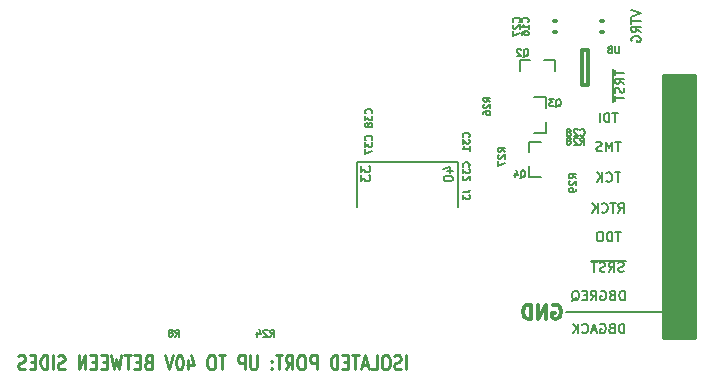
<source format=gbo>
G04 #@! TF.FileFunction,Legend,Bot*
%FSLAX46Y46*%
G04 Gerber Fmt 4.6, Leading zero omitted, Abs format (unit mm)*
G04 Created by KiCad (PCBNEW (after 2015-mar-04 BZR unknown)-product) date Tue 07 Apr 2015 10:15:23 PM EDT*
%MOMM*%
G01*
G04 APERTURE LIST*
%ADD10C,0.100000*%
%ADD11C,0.200000*%
%ADD12C,0.250000*%
%ADD13C,0.300000*%
%ADD14C,0.350000*%
%ADD15C,0.150000*%
%ADD16C,0.254000*%
G04 APERTURE END LIST*
D10*
D11*
X154800000Y-114200000D02*
X151400000Y-114200000D01*
X133750000Y-101500000D02*
X133750000Y-105250000D01*
X142250000Y-101500000D02*
X133750000Y-101500000D01*
X142250000Y-105250000D02*
X142250000Y-101500000D01*
X141328571Y-102271428D02*
X141861905Y-102271428D01*
X141023810Y-102080952D02*
X141595238Y-101890476D01*
X141595238Y-102385714D01*
X141061905Y-102842857D02*
X141061905Y-102919048D01*
X141100000Y-102995238D01*
X141138095Y-103033333D01*
X141214286Y-103071429D01*
X141366667Y-103109524D01*
X141557143Y-103109524D01*
X141709524Y-103071429D01*
X141785714Y-103033333D01*
X141823810Y-102995238D01*
X141861905Y-102919048D01*
X141861905Y-102842857D01*
X141823810Y-102766667D01*
X141785714Y-102728571D01*
X141709524Y-102690476D01*
X141557143Y-102652381D01*
X141366667Y-102652381D01*
X141214286Y-102690476D01*
X141138095Y-102728571D01*
X141100000Y-102766667D01*
X141061905Y-102842857D01*
X134061905Y-101852381D02*
X134061905Y-102347619D01*
X134366667Y-102080952D01*
X134366667Y-102195238D01*
X134404762Y-102271428D01*
X134442857Y-102309524D01*
X134519048Y-102347619D01*
X134709524Y-102347619D01*
X134785714Y-102309524D01*
X134823810Y-102271428D01*
X134861905Y-102195238D01*
X134861905Y-101966666D01*
X134823810Y-101890476D01*
X134785714Y-101852381D01*
X134061905Y-102614286D02*
X134061905Y-103109524D01*
X134366667Y-102842857D01*
X134366667Y-102957143D01*
X134404762Y-103033333D01*
X134442857Y-103071429D01*
X134519048Y-103109524D01*
X134709524Y-103109524D01*
X134785714Y-103071429D01*
X134823810Y-103033333D01*
X134861905Y-102957143D01*
X134861905Y-102728571D01*
X134823810Y-102652381D01*
X134785714Y-102614286D01*
X156961905Y-88628571D02*
X157761905Y-88895238D01*
X156961905Y-89161905D01*
X156961905Y-89314285D02*
X156961905Y-89771428D01*
X157761905Y-89542857D02*
X156961905Y-89542857D01*
X157761905Y-90495238D02*
X157380952Y-90228571D01*
X157761905Y-90038095D02*
X156961905Y-90038095D01*
X156961905Y-90342857D01*
X157000000Y-90419048D01*
X157038095Y-90457143D01*
X157114286Y-90495238D01*
X157228571Y-90495238D01*
X157304762Y-90457143D01*
X157342857Y-90419048D01*
X157380952Y-90342857D01*
X157380952Y-90038095D01*
X157000000Y-91257143D02*
X156961905Y-91180952D01*
X156961905Y-91066667D01*
X157000000Y-90952381D01*
X157076190Y-90876190D01*
X157152381Y-90838095D01*
X157304762Y-90800000D01*
X157419048Y-90800000D01*
X157571429Y-90838095D01*
X157647619Y-90876190D01*
X157723810Y-90952381D01*
X157761905Y-91066667D01*
X157761905Y-91142857D01*
X157723810Y-91257143D01*
X157685714Y-91295238D01*
X157419048Y-91295238D01*
X157419048Y-91142857D01*
X156352381Y-115961905D02*
X156352381Y-115161905D01*
X156161905Y-115161905D01*
X156047619Y-115200000D01*
X155971428Y-115276190D01*
X155933333Y-115352381D01*
X155895238Y-115504762D01*
X155895238Y-115619048D01*
X155933333Y-115771429D01*
X155971428Y-115847619D01*
X156047619Y-115923810D01*
X156161905Y-115961905D01*
X156352381Y-115961905D01*
X155285714Y-115542857D02*
X155171428Y-115580952D01*
X155133333Y-115619048D01*
X155095238Y-115695238D01*
X155095238Y-115809524D01*
X155133333Y-115885714D01*
X155171428Y-115923810D01*
X155247619Y-115961905D01*
X155552381Y-115961905D01*
X155552381Y-115161905D01*
X155285714Y-115161905D01*
X155209524Y-115200000D01*
X155171428Y-115238095D01*
X155133333Y-115314286D01*
X155133333Y-115390476D01*
X155171428Y-115466667D01*
X155209524Y-115504762D01*
X155285714Y-115542857D01*
X155552381Y-115542857D01*
X154333333Y-115200000D02*
X154409524Y-115161905D01*
X154523809Y-115161905D01*
X154638095Y-115200000D01*
X154714286Y-115276190D01*
X154752381Y-115352381D01*
X154790476Y-115504762D01*
X154790476Y-115619048D01*
X154752381Y-115771429D01*
X154714286Y-115847619D01*
X154638095Y-115923810D01*
X154523809Y-115961905D01*
X154447619Y-115961905D01*
X154333333Y-115923810D01*
X154295238Y-115885714D01*
X154295238Y-115619048D01*
X154447619Y-115619048D01*
X153990476Y-115733333D02*
X153609524Y-115733333D01*
X154066667Y-115961905D02*
X153800000Y-115161905D01*
X153533333Y-115961905D01*
X152809524Y-115885714D02*
X152847619Y-115923810D01*
X152961905Y-115961905D01*
X153038095Y-115961905D01*
X153152381Y-115923810D01*
X153228572Y-115847619D01*
X153266667Y-115771429D01*
X153304762Y-115619048D01*
X153304762Y-115504762D01*
X153266667Y-115352381D01*
X153228572Y-115276190D01*
X153152381Y-115200000D01*
X153038095Y-115161905D01*
X152961905Y-115161905D01*
X152847619Y-115200000D01*
X152809524Y-115238095D01*
X152466667Y-115961905D02*
X152466667Y-115161905D01*
X152009524Y-115961905D02*
X152352381Y-115504762D01*
X152009524Y-115161905D02*
X152466667Y-115619048D01*
X156390476Y-113161905D02*
X156390476Y-112361905D01*
X156200000Y-112361905D01*
X156085714Y-112400000D01*
X156009523Y-112476190D01*
X155971428Y-112552381D01*
X155933333Y-112704762D01*
X155933333Y-112819048D01*
X155971428Y-112971429D01*
X156009523Y-113047619D01*
X156085714Y-113123810D01*
X156200000Y-113161905D01*
X156390476Y-113161905D01*
X155323809Y-112742857D02*
X155209523Y-112780952D01*
X155171428Y-112819048D01*
X155133333Y-112895238D01*
X155133333Y-113009524D01*
X155171428Y-113085714D01*
X155209523Y-113123810D01*
X155285714Y-113161905D01*
X155590476Y-113161905D01*
X155590476Y-112361905D01*
X155323809Y-112361905D01*
X155247619Y-112400000D01*
X155209523Y-112438095D01*
X155171428Y-112514286D01*
X155171428Y-112590476D01*
X155209523Y-112666667D01*
X155247619Y-112704762D01*
X155323809Y-112742857D01*
X155590476Y-112742857D01*
X154371428Y-112400000D02*
X154447619Y-112361905D01*
X154561904Y-112361905D01*
X154676190Y-112400000D01*
X154752381Y-112476190D01*
X154790476Y-112552381D01*
X154828571Y-112704762D01*
X154828571Y-112819048D01*
X154790476Y-112971429D01*
X154752381Y-113047619D01*
X154676190Y-113123810D01*
X154561904Y-113161905D01*
X154485714Y-113161905D01*
X154371428Y-113123810D01*
X154333333Y-113085714D01*
X154333333Y-112819048D01*
X154485714Y-112819048D01*
X153533333Y-113161905D02*
X153800000Y-112780952D01*
X153990476Y-113161905D02*
X153990476Y-112361905D01*
X153685714Y-112361905D01*
X153609523Y-112400000D01*
X153571428Y-112438095D01*
X153533333Y-112514286D01*
X153533333Y-112628571D01*
X153571428Y-112704762D01*
X153609523Y-112742857D01*
X153685714Y-112780952D01*
X153990476Y-112780952D01*
X153190476Y-112742857D02*
X152923809Y-112742857D01*
X152809523Y-113161905D02*
X153190476Y-113161905D01*
X153190476Y-112361905D01*
X152809523Y-112361905D01*
X151933332Y-113238095D02*
X152009523Y-113200000D01*
X152085713Y-113123810D01*
X152199999Y-113009524D01*
X152276190Y-112971429D01*
X152352380Y-112971429D01*
X152314285Y-113161905D02*
X152390475Y-113123810D01*
X152466666Y-113047619D01*
X152504761Y-112895238D01*
X152504761Y-112628571D01*
X152466666Y-112476190D01*
X152390475Y-112400000D01*
X152314285Y-112361905D01*
X152161904Y-112361905D01*
X152085713Y-112400000D01*
X152009523Y-112476190D01*
X151971428Y-112628571D01*
X151971428Y-112895238D01*
X152009523Y-113047619D01*
X152085713Y-113123810D01*
X152161904Y-113161905D01*
X152314285Y-113161905D01*
X156314286Y-110723810D02*
X156200000Y-110761905D01*
X156009524Y-110761905D01*
X155933334Y-110723810D01*
X155895238Y-110685714D01*
X155857143Y-110609524D01*
X155857143Y-110533333D01*
X155895238Y-110457143D01*
X155933334Y-110419048D01*
X156009524Y-110380952D01*
X156161905Y-110342857D01*
X156238096Y-110304762D01*
X156276191Y-110266667D01*
X156314286Y-110190476D01*
X156314286Y-110114286D01*
X156276191Y-110038095D01*
X156238096Y-110000000D01*
X156161905Y-109961905D01*
X155971429Y-109961905D01*
X155857143Y-110000000D01*
X155057143Y-110761905D02*
X155323810Y-110380952D01*
X155514286Y-110761905D02*
X155514286Y-109961905D01*
X155209524Y-109961905D01*
X155133333Y-110000000D01*
X155095238Y-110038095D01*
X155057143Y-110114286D01*
X155057143Y-110228571D01*
X155095238Y-110304762D01*
X155133333Y-110342857D01*
X155209524Y-110380952D01*
X155514286Y-110380952D01*
X154752381Y-110723810D02*
X154638095Y-110761905D01*
X154447619Y-110761905D01*
X154371429Y-110723810D01*
X154333333Y-110685714D01*
X154295238Y-110609524D01*
X154295238Y-110533333D01*
X154333333Y-110457143D01*
X154371429Y-110419048D01*
X154447619Y-110380952D01*
X154600000Y-110342857D01*
X154676191Y-110304762D01*
X154714286Y-110266667D01*
X154752381Y-110190476D01*
X154752381Y-110114286D01*
X154714286Y-110038095D01*
X154676191Y-110000000D01*
X154600000Y-109961905D01*
X154409524Y-109961905D01*
X154295238Y-110000000D01*
X154066667Y-109961905D02*
X153609524Y-109961905D01*
X153838095Y-110761905D02*
X153838095Y-109961905D01*
X156466667Y-109824000D02*
X153533333Y-109824000D01*
X156047619Y-107361905D02*
X155590476Y-107361905D01*
X155819047Y-108161905D02*
X155819047Y-107361905D01*
X155323809Y-108161905D02*
X155323809Y-107361905D01*
X155133333Y-107361905D01*
X155019047Y-107400000D01*
X154942856Y-107476190D01*
X154904761Y-107552381D01*
X154866666Y-107704762D01*
X154866666Y-107819048D01*
X154904761Y-107971429D01*
X154942856Y-108047619D01*
X155019047Y-108123810D01*
X155133333Y-108161905D01*
X155323809Y-108161905D01*
X154371428Y-107361905D02*
X154219047Y-107361905D01*
X154142856Y-107400000D01*
X154066666Y-107476190D01*
X154028571Y-107628571D01*
X154028571Y-107895238D01*
X154066666Y-108047619D01*
X154142856Y-108123810D01*
X154219047Y-108161905D01*
X154371428Y-108161905D01*
X154447618Y-108123810D01*
X154523809Y-108047619D01*
X154561904Y-107895238D01*
X154561904Y-107628571D01*
X154523809Y-107476190D01*
X154447618Y-107400000D01*
X154371428Y-107361905D01*
X155857143Y-105761905D02*
X156123810Y-105380952D01*
X156314286Y-105761905D02*
X156314286Y-104961905D01*
X156009524Y-104961905D01*
X155933333Y-105000000D01*
X155895238Y-105038095D01*
X155857143Y-105114286D01*
X155857143Y-105228571D01*
X155895238Y-105304762D01*
X155933333Y-105342857D01*
X156009524Y-105380952D01*
X156314286Y-105380952D01*
X155628572Y-104961905D02*
X155171429Y-104961905D01*
X155400000Y-105761905D02*
X155400000Y-104961905D01*
X154447619Y-105685714D02*
X154485714Y-105723810D01*
X154600000Y-105761905D01*
X154676190Y-105761905D01*
X154790476Y-105723810D01*
X154866667Y-105647619D01*
X154904762Y-105571429D01*
X154942857Y-105419048D01*
X154942857Y-105304762D01*
X154904762Y-105152381D01*
X154866667Y-105076190D01*
X154790476Y-105000000D01*
X154676190Y-104961905D01*
X154600000Y-104961905D01*
X154485714Y-105000000D01*
X154447619Y-105038095D01*
X154104762Y-105761905D02*
X154104762Y-104961905D01*
X153647619Y-105761905D02*
X153990476Y-105304762D01*
X153647619Y-104961905D02*
X154104762Y-105419048D01*
X156028572Y-102361905D02*
X155571429Y-102361905D01*
X155800000Y-103161905D02*
X155800000Y-102361905D01*
X154847619Y-103085714D02*
X154885714Y-103123810D01*
X155000000Y-103161905D01*
X155076190Y-103161905D01*
X155190476Y-103123810D01*
X155266667Y-103047619D01*
X155304762Y-102971429D01*
X155342857Y-102819048D01*
X155342857Y-102704762D01*
X155304762Y-102552381D01*
X155266667Y-102476190D01*
X155190476Y-102400000D01*
X155076190Y-102361905D01*
X155000000Y-102361905D01*
X154885714Y-102400000D01*
X154847619Y-102438095D01*
X154504762Y-103161905D02*
X154504762Y-102361905D01*
X154047619Y-103161905D02*
X154390476Y-102704762D01*
X154047619Y-102361905D02*
X154504762Y-102819048D01*
X156066667Y-99761905D02*
X155609524Y-99761905D01*
X155838095Y-100561905D02*
X155838095Y-99761905D01*
X155342857Y-100561905D02*
X155342857Y-99761905D01*
X155076190Y-100333333D01*
X154809523Y-99761905D01*
X154809523Y-100561905D01*
X154466666Y-100523810D02*
X154352380Y-100561905D01*
X154161904Y-100561905D01*
X154085714Y-100523810D01*
X154047618Y-100485714D01*
X154009523Y-100409524D01*
X154009523Y-100333333D01*
X154047618Y-100257143D01*
X154085714Y-100219048D01*
X154161904Y-100180952D01*
X154314285Y-100142857D01*
X154390476Y-100104762D01*
X154428571Y-100066667D01*
X154466666Y-99990476D01*
X154466666Y-99914286D01*
X154428571Y-99838095D01*
X154390476Y-99800000D01*
X154314285Y-99761905D01*
X154123809Y-99761905D01*
X154009523Y-99800000D01*
X155819048Y-97311905D02*
X155361905Y-97311905D01*
X155590476Y-98111905D02*
X155590476Y-97311905D01*
X155095238Y-98111905D02*
X155095238Y-97311905D01*
X154904762Y-97311905D01*
X154790476Y-97350000D01*
X154714285Y-97426190D01*
X154676190Y-97502381D01*
X154638095Y-97654762D01*
X154638095Y-97769048D01*
X154676190Y-97921429D01*
X154714285Y-97997619D01*
X154790476Y-98073810D01*
X154904762Y-98111905D01*
X155095238Y-98111905D01*
X154295238Y-98111905D02*
X154295238Y-97311905D01*
X155561905Y-93685714D02*
X155561905Y-94142857D01*
X156361905Y-93914286D02*
X155561905Y-93914286D01*
X156361905Y-94866667D02*
X155980952Y-94600000D01*
X156361905Y-94409524D02*
X155561905Y-94409524D01*
X155561905Y-94714286D01*
X155600000Y-94790477D01*
X155638095Y-94828572D01*
X155714286Y-94866667D01*
X155828571Y-94866667D01*
X155904762Y-94828572D01*
X155942857Y-94790477D01*
X155980952Y-94714286D01*
X155980952Y-94409524D01*
X156323810Y-95171429D02*
X156361905Y-95285715D01*
X156361905Y-95476191D01*
X156323810Y-95552381D01*
X156285714Y-95590477D01*
X156209524Y-95628572D01*
X156133333Y-95628572D01*
X156057143Y-95590477D01*
X156019048Y-95552381D01*
X155980952Y-95476191D01*
X155942857Y-95323810D01*
X155904762Y-95247619D01*
X155866667Y-95209524D01*
X155790476Y-95171429D01*
X155714286Y-95171429D01*
X155638095Y-95209524D01*
X155600000Y-95247619D01*
X155561905Y-95323810D01*
X155561905Y-95514286D01*
X155600000Y-95628572D01*
X155561905Y-95857143D02*
X155561905Y-96314286D01*
X156361905Y-96085715D02*
X155561905Y-96085715D01*
X155424000Y-93609524D02*
X155424000Y-96390477D01*
D12*
X137880953Y-119042857D02*
X137880953Y-117842857D01*
X137452382Y-118985714D02*
X137309525Y-119042857D01*
X137071429Y-119042857D01*
X136976191Y-118985714D01*
X136928572Y-118928571D01*
X136880953Y-118814286D01*
X136880953Y-118700000D01*
X136928572Y-118585714D01*
X136976191Y-118528571D01*
X137071429Y-118471429D01*
X137261906Y-118414286D01*
X137357144Y-118357143D01*
X137404763Y-118300000D01*
X137452382Y-118185714D01*
X137452382Y-118071429D01*
X137404763Y-117957143D01*
X137357144Y-117900000D01*
X137261906Y-117842857D01*
X137023810Y-117842857D01*
X136880953Y-117900000D01*
X136261906Y-117842857D02*
X136071429Y-117842857D01*
X135976191Y-117900000D01*
X135880953Y-118014286D01*
X135833334Y-118242857D01*
X135833334Y-118642857D01*
X135880953Y-118871429D01*
X135976191Y-118985714D01*
X136071429Y-119042857D01*
X136261906Y-119042857D01*
X136357144Y-118985714D01*
X136452382Y-118871429D01*
X136500001Y-118642857D01*
X136500001Y-118242857D01*
X136452382Y-118014286D01*
X136357144Y-117900000D01*
X136261906Y-117842857D01*
X134928572Y-119042857D02*
X135404763Y-119042857D01*
X135404763Y-117842857D01*
X134642858Y-118700000D02*
X134166667Y-118700000D01*
X134738096Y-119042857D02*
X134404763Y-117842857D01*
X134071429Y-119042857D01*
X133880953Y-117842857D02*
X133309524Y-117842857D01*
X133595239Y-119042857D02*
X133595239Y-117842857D01*
X132976191Y-118414286D02*
X132642857Y-118414286D01*
X132500000Y-119042857D02*
X132976191Y-119042857D01*
X132976191Y-117842857D01*
X132500000Y-117842857D01*
X132071429Y-119042857D02*
X132071429Y-117842857D01*
X131833334Y-117842857D01*
X131690476Y-117900000D01*
X131595238Y-118014286D01*
X131547619Y-118128571D01*
X131500000Y-118357143D01*
X131500000Y-118528571D01*
X131547619Y-118757143D01*
X131595238Y-118871429D01*
X131690476Y-118985714D01*
X131833334Y-119042857D01*
X132071429Y-119042857D01*
X130309524Y-119042857D02*
X130309524Y-117842857D01*
X129928571Y-117842857D01*
X129833333Y-117900000D01*
X129785714Y-117957143D01*
X129738095Y-118071429D01*
X129738095Y-118242857D01*
X129785714Y-118357143D01*
X129833333Y-118414286D01*
X129928571Y-118471429D01*
X130309524Y-118471429D01*
X129119048Y-117842857D02*
X128928571Y-117842857D01*
X128833333Y-117900000D01*
X128738095Y-118014286D01*
X128690476Y-118242857D01*
X128690476Y-118642857D01*
X128738095Y-118871429D01*
X128833333Y-118985714D01*
X128928571Y-119042857D01*
X129119048Y-119042857D01*
X129214286Y-118985714D01*
X129309524Y-118871429D01*
X129357143Y-118642857D01*
X129357143Y-118242857D01*
X129309524Y-118014286D01*
X129214286Y-117900000D01*
X129119048Y-117842857D01*
X127690476Y-119042857D02*
X128023810Y-118471429D01*
X128261905Y-119042857D02*
X128261905Y-117842857D01*
X127880952Y-117842857D01*
X127785714Y-117900000D01*
X127738095Y-117957143D01*
X127690476Y-118071429D01*
X127690476Y-118242857D01*
X127738095Y-118357143D01*
X127785714Y-118414286D01*
X127880952Y-118471429D01*
X128261905Y-118471429D01*
X127404762Y-117842857D02*
X126833333Y-117842857D01*
X127119048Y-119042857D02*
X127119048Y-117842857D01*
X126500000Y-118928571D02*
X126452381Y-118985714D01*
X126500000Y-119042857D01*
X126547619Y-118985714D01*
X126500000Y-118928571D01*
X126500000Y-119042857D01*
X126500000Y-118300000D02*
X126452381Y-118357143D01*
X126500000Y-118414286D01*
X126547619Y-118357143D01*
X126500000Y-118300000D01*
X126500000Y-118414286D01*
X125261905Y-117842857D02*
X125261905Y-118814286D01*
X125214286Y-118928571D01*
X125166667Y-118985714D01*
X125071429Y-119042857D01*
X124880952Y-119042857D01*
X124785714Y-118985714D01*
X124738095Y-118928571D01*
X124690476Y-118814286D01*
X124690476Y-117842857D01*
X124214286Y-119042857D02*
X124214286Y-117842857D01*
X123833333Y-117842857D01*
X123738095Y-117900000D01*
X123690476Y-117957143D01*
X123642857Y-118071429D01*
X123642857Y-118242857D01*
X123690476Y-118357143D01*
X123738095Y-118414286D01*
X123833333Y-118471429D01*
X124214286Y-118471429D01*
X122595238Y-117842857D02*
X122023809Y-117842857D01*
X122309524Y-119042857D02*
X122309524Y-117842857D01*
X121500000Y-117842857D02*
X121309523Y-117842857D01*
X121214285Y-117900000D01*
X121119047Y-118014286D01*
X121071428Y-118242857D01*
X121071428Y-118642857D01*
X121119047Y-118871429D01*
X121214285Y-118985714D01*
X121309523Y-119042857D01*
X121500000Y-119042857D01*
X121595238Y-118985714D01*
X121690476Y-118871429D01*
X121738095Y-118642857D01*
X121738095Y-118242857D01*
X121690476Y-118014286D01*
X121595238Y-117900000D01*
X121500000Y-117842857D01*
X119452380Y-118242857D02*
X119452380Y-119042857D01*
X119690476Y-117785714D02*
X119928571Y-118642857D01*
X119309523Y-118642857D01*
X118738095Y-117842857D02*
X118642856Y-117842857D01*
X118547618Y-117900000D01*
X118499999Y-117957143D01*
X118452380Y-118071429D01*
X118404761Y-118300000D01*
X118404761Y-118585714D01*
X118452380Y-118814286D01*
X118499999Y-118928571D01*
X118547618Y-118985714D01*
X118642856Y-119042857D01*
X118738095Y-119042857D01*
X118833333Y-118985714D01*
X118880952Y-118928571D01*
X118928571Y-118814286D01*
X118976190Y-118585714D01*
X118976190Y-118300000D01*
X118928571Y-118071429D01*
X118880952Y-117957143D01*
X118833333Y-117900000D01*
X118738095Y-117842857D01*
X118119047Y-117842857D02*
X117785714Y-119042857D01*
X117452380Y-117842857D01*
X116023808Y-118414286D02*
X115880951Y-118471429D01*
X115833332Y-118528571D01*
X115785713Y-118642857D01*
X115785713Y-118814286D01*
X115833332Y-118928571D01*
X115880951Y-118985714D01*
X115976189Y-119042857D01*
X116357142Y-119042857D01*
X116357142Y-117842857D01*
X116023808Y-117842857D01*
X115928570Y-117900000D01*
X115880951Y-117957143D01*
X115833332Y-118071429D01*
X115833332Y-118185714D01*
X115880951Y-118300000D01*
X115928570Y-118357143D01*
X116023808Y-118414286D01*
X116357142Y-118414286D01*
X115357142Y-118414286D02*
X115023808Y-118414286D01*
X114880951Y-119042857D02*
X115357142Y-119042857D01*
X115357142Y-117842857D01*
X114880951Y-117842857D01*
X114595237Y-117842857D02*
X114023808Y-117842857D01*
X114309523Y-119042857D02*
X114309523Y-117842857D01*
X113785713Y-117842857D02*
X113547618Y-119042857D01*
X113357141Y-118185714D01*
X113166665Y-119042857D01*
X112928570Y-117842857D01*
X112547618Y-118414286D02*
X112214284Y-118414286D01*
X112071427Y-119042857D02*
X112547618Y-119042857D01*
X112547618Y-117842857D01*
X112071427Y-117842857D01*
X111642856Y-118414286D02*
X111309522Y-118414286D01*
X111166665Y-119042857D02*
X111642856Y-119042857D01*
X111642856Y-117842857D01*
X111166665Y-117842857D01*
X110738094Y-119042857D02*
X110738094Y-117842857D01*
X110166665Y-119042857D01*
X110166665Y-117842857D01*
X108976189Y-118985714D02*
X108833332Y-119042857D01*
X108595236Y-119042857D01*
X108499998Y-118985714D01*
X108452379Y-118928571D01*
X108404760Y-118814286D01*
X108404760Y-118700000D01*
X108452379Y-118585714D01*
X108499998Y-118528571D01*
X108595236Y-118471429D01*
X108785713Y-118414286D01*
X108880951Y-118357143D01*
X108928570Y-118300000D01*
X108976189Y-118185714D01*
X108976189Y-118071429D01*
X108928570Y-117957143D01*
X108880951Y-117900000D01*
X108785713Y-117842857D01*
X108547617Y-117842857D01*
X108404760Y-117900000D01*
X107976189Y-119042857D02*
X107976189Y-117842857D01*
X107499999Y-119042857D02*
X107499999Y-117842857D01*
X107261904Y-117842857D01*
X107119046Y-117900000D01*
X107023808Y-118014286D01*
X106976189Y-118128571D01*
X106928570Y-118357143D01*
X106928570Y-118528571D01*
X106976189Y-118757143D01*
X107023808Y-118871429D01*
X107119046Y-118985714D01*
X107261904Y-119042857D01*
X107499999Y-119042857D01*
X106499999Y-118414286D02*
X106166665Y-118414286D01*
X106023808Y-119042857D02*
X106499999Y-119042857D01*
X106499999Y-117842857D01*
X106023808Y-117842857D01*
X105642856Y-118985714D02*
X105499999Y-119042857D01*
X105261903Y-119042857D01*
X105166665Y-118985714D01*
X105119046Y-118928571D01*
X105071427Y-118814286D01*
X105071427Y-118700000D01*
X105119046Y-118585714D01*
X105166665Y-118528571D01*
X105261903Y-118471429D01*
X105452380Y-118414286D01*
X105547618Y-118357143D01*
X105595237Y-118300000D01*
X105642856Y-118185714D01*
X105642856Y-118071429D01*
X105595237Y-117957143D01*
X105547618Y-117900000D01*
X105452380Y-117842857D01*
X105214284Y-117842857D01*
X105071427Y-117900000D01*
D13*
X150314285Y-113600000D02*
X150428571Y-113542857D01*
X150600000Y-113542857D01*
X150771428Y-113600000D01*
X150885714Y-113714286D01*
X150942857Y-113828571D01*
X151000000Y-114057143D01*
X151000000Y-114228571D01*
X150942857Y-114457143D01*
X150885714Y-114571429D01*
X150771428Y-114685714D01*
X150600000Y-114742857D01*
X150485714Y-114742857D01*
X150314285Y-114685714D01*
X150257142Y-114628571D01*
X150257142Y-114228571D01*
X150485714Y-114228571D01*
X149742857Y-114742857D02*
X149742857Y-113542857D01*
X149057142Y-114742857D01*
X149057142Y-113542857D01*
X148485714Y-114742857D02*
X148485714Y-113542857D01*
X148199999Y-113542857D01*
X148028571Y-113600000D01*
X147914285Y-113714286D01*
X147857142Y-113828571D01*
X147799999Y-114057143D01*
X147799999Y-114228571D01*
X147857142Y-114457143D01*
X147914285Y-114571429D01*
X148028571Y-114685714D01*
X148199999Y-114742857D01*
X148485714Y-114742857D01*
D11*
X155400000Y-114200000D02*
X154800000Y-114200000D01*
X159800000Y-114200000D02*
X155400000Y-114200000D01*
D14*
X154571000Y-90471000D02*
X154429000Y-90471000D01*
X154429000Y-90471000D02*
X154571000Y-90471000D01*
X154571000Y-89529000D02*
X154429000Y-89529000D01*
X154429000Y-89529000D02*
X154571000Y-89529000D01*
X150429000Y-89529000D02*
X150571000Y-89529000D01*
X150571000Y-89529000D02*
X150429000Y-89529000D01*
X150429000Y-90471000D02*
X150571000Y-90471000D01*
X150571000Y-90471000D02*
X150429000Y-90471000D01*
D15*
X148400000Y-92800000D02*
X147500000Y-92800000D01*
X147500000Y-92800000D02*
X147500000Y-93800000D01*
X150500000Y-93800000D02*
X150500000Y-92800000D01*
X150500000Y-92800000D02*
X149600000Y-92800000D01*
X149700000Y-96900000D02*
X149700000Y-96000000D01*
X149700000Y-96000000D02*
X148700000Y-96000000D01*
X148700000Y-99000000D02*
X149700000Y-99000000D01*
X149700000Y-99000000D02*
X149700000Y-98100000D01*
X148300000Y-101850000D02*
X148300000Y-102750000D01*
X148300000Y-102750000D02*
X149300000Y-102750000D01*
X149300000Y-99750000D02*
X148300000Y-99750000D01*
X148300000Y-99750000D02*
X148300000Y-100650000D01*
D14*
X153250000Y-92000000D02*
X152750000Y-92000000D01*
X152750000Y-92000000D02*
X152750000Y-95000000D01*
X152750000Y-95000000D02*
X153250000Y-95000000D01*
X153250000Y-95000000D02*
X153250000Y-92000000D01*
D15*
X142671429Y-104050000D02*
X143100000Y-104050000D01*
X143185714Y-104021428D01*
X143242857Y-103964285D01*
X143271429Y-103878571D01*
X143271429Y-103821428D01*
X142671429Y-104278571D02*
X142671429Y-104650000D01*
X142900000Y-104450000D01*
X142900000Y-104535714D01*
X142928571Y-104592857D01*
X142957143Y-104621428D01*
X143014286Y-104650000D01*
X143157143Y-104650000D01*
X143214286Y-104621428D01*
X143242857Y-104592857D01*
X143271429Y-104535714D01*
X143271429Y-104364286D01*
X143242857Y-104307143D01*
X143214286Y-104278571D01*
X143214286Y-99364285D02*
X143242857Y-99335714D01*
X143271429Y-99250000D01*
X143271429Y-99192857D01*
X143242857Y-99107142D01*
X143185714Y-99050000D01*
X143128571Y-99021428D01*
X143014286Y-98992857D01*
X142928571Y-98992857D01*
X142814286Y-99021428D01*
X142757143Y-99050000D01*
X142700000Y-99107142D01*
X142671429Y-99192857D01*
X142671429Y-99250000D01*
X142700000Y-99335714D01*
X142728571Y-99364285D01*
X142671429Y-99564285D02*
X142671429Y-99935714D01*
X142900000Y-99735714D01*
X142900000Y-99821428D01*
X142928571Y-99878571D01*
X142957143Y-99907142D01*
X143014286Y-99935714D01*
X143157143Y-99935714D01*
X143214286Y-99907142D01*
X143242857Y-99878571D01*
X143271429Y-99821428D01*
X143271429Y-99650000D01*
X143242857Y-99592857D01*
X143214286Y-99564285D01*
X143271429Y-100507143D02*
X143271429Y-100164286D01*
X143271429Y-100335714D02*
X142671429Y-100335714D01*
X142757143Y-100278571D01*
X142814286Y-100221429D01*
X142842857Y-100164286D01*
X143214286Y-101864285D02*
X143242857Y-101835714D01*
X143271429Y-101750000D01*
X143271429Y-101692857D01*
X143242857Y-101607142D01*
X143185714Y-101550000D01*
X143128571Y-101521428D01*
X143014286Y-101492857D01*
X142928571Y-101492857D01*
X142814286Y-101521428D01*
X142757143Y-101550000D01*
X142700000Y-101607142D01*
X142671429Y-101692857D01*
X142671429Y-101750000D01*
X142700000Y-101835714D01*
X142728571Y-101864285D01*
X142671429Y-102064285D02*
X142671429Y-102435714D01*
X142900000Y-102235714D01*
X142900000Y-102321428D01*
X142928571Y-102378571D01*
X142957143Y-102407142D01*
X143014286Y-102435714D01*
X143157143Y-102435714D01*
X143214286Y-102407142D01*
X143242857Y-102378571D01*
X143271429Y-102321428D01*
X143271429Y-102150000D01*
X143242857Y-102092857D01*
X143214286Y-102064285D01*
X142728571Y-102664286D02*
X142700000Y-102692857D01*
X142671429Y-102750000D01*
X142671429Y-102892857D01*
X142700000Y-102950000D01*
X142728571Y-102978571D01*
X142785714Y-103007143D01*
X142842857Y-103007143D01*
X142928571Y-102978571D01*
X143271429Y-102635714D01*
X143271429Y-103007143D01*
X134964286Y-99614285D02*
X134992857Y-99585714D01*
X135021429Y-99500000D01*
X135021429Y-99442857D01*
X134992857Y-99357142D01*
X134935714Y-99300000D01*
X134878571Y-99271428D01*
X134764286Y-99242857D01*
X134678571Y-99242857D01*
X134564286Y-99271428D01*
X134507143Y-99300000D01*
X134450000Y-99357142D01*
X134421429Y-99442857D01*
X134421429Y-99500000D01*
X134450000Y-99585714D01*
X134478571Y-99614285D01*
X134421429Y-99814285D02*
X134421429Y-100185714D01*
X134650000Y-99985714D01*
X134650000Y-100071428D01*
X134678571Y-100128571D01*
X134707143Y-100157142D01*
X134764286Y-100185714D01*
X134907143Y-100185714D01*
X134964286Y-100157142D01*
X134992857Y-100128571D01*
X135021429Y-100071428D01*
X135021429Y-99900000D01*
X134992857Y-99842857D01*
X134964286Y-99814285D01*
X134421429Y-100385714D02*
X134421429Y-100785714D01*
X135021429Y-100528571D01*
X134964286Y-97364285D02*
X134992857Y-97335714D01*
X135021429Y-97250000D01*
X135021429Y-97192857D01*
X134992857Y-97107142D01*
X134935714Y-97050000D01*
X134878571Y-97021428D01*
X134764286Y-96992857D01*
X134678571Y-96992857D01*
X134564286Y-97021428D01*
X134507143Y-97050000D01*
X134450000Y-97107142D01*
X134421429Y-97192857D01*
X134421429Y-97250000D01*
X134450000Y-97335714D01*
X134478571Y-97364285D01*
X134421429Y-97564285D02*
X134421429Y-97935714D01*
X134650000Y-97735714D01*
X134650000Y-97821428D01*
X134678571Y-97878571D01*
X134707143Y-97907142D01*
X134764286Y-97935714D01*
X134907143Y-97935714D01*
X134964286Y-97907142D01*
X134992857Y-97878571D01*
X135021429Y-97821428D01*
X135021429Y-97650000D01*
X134992857Y-97592857D01*
X134964286Y-97564285D01*
X134678571Y-98278571D02*
X134650000Y-98221429D01*
X134621429Y-98192857D01*
X134564286Y-98164286D01*
X134535714Y-98164286D01*
X134478571Y-98192857D01*
X134450000Y-98221429D01*
X134421429Y-98278571D01*
X134421429Y-98392857D01*
X134450000Y-98450000D01*
X134478571Y-98478571D01*
X134535714Y-98507143D01*
X134564286Y-98507143D01*
X134621429Y-98478571D01*
X134650000Y-98450000D01*
X134678571Y-98392857D01*
X134678571Y-98278571D01*
X134707143Y-98221429D01*
X134735714Y-98192857D01*
X134792857Y-98164286D01*
X134907143Y-98164286D01*
X134964286Y-98192857D01*
X134992857Y-98221429D01*
X135021429Y-98278571D01*
X135021429Y-98392857D01*
X134992857Y-98450000D01*
X134964286Y-98478571D01*
X134907143Y-98507143D01*
X134792857Y-98507143D01*
X134735714Y-98478571D01*
X134707143Y-98450000D01*
X134678571Y-98392857D01*
X148214286Y-89614285D02*
X148242857Y-89585714D01*
X148271429Y-89500000D01*
X148271429Y-89442857D01*
X148242857Y-89357142D01*
X148185714Y-89300000D01*
X148128571Y-89271428D01*
X148014286Y-89242857D01*
X147928571Y-89242857D01*
X147814286Y-89271428D01*
X147757143Y-89300000D01*
X147700000Y-89357142D01*
X147671429Y-89442857D01*
X147671429Y-89500000D01*
X147700000Y-89585714D01*
X147728571Y-89614285D01*
X148271429Y-90185714D02*
X148271429Y-89842857D01*
X148271429Y-90014285D02*
X147671429Y-90014285D01*
X147757143Y-89957142D01*
X147814286Y-89900000D01*
X147842857Y-89842857D01*
X147671429Y-90700000D02*
X147671429Y-90585714D01*
X147700000Y-90528571D01*
X147728571Y-90500000D01*
X147814286Y-90442857D01*
X147928571Y-90414286D01*
X148157143Y-90414286D01*
X148214286Y-90442857D01*
X148242857Y-90471429D01*
X148271429Y-90528571D01*
X148271429Y-90642857D01*
X148242857Y-90700000D01*
X148214286Y-90728571D01*
X148157143Y-90757143D01*
X148014286Y-90757143D01*
X147957143Y-90728571D01*
X147928571Y-90700000D01*
X147900000Y-90642857D01*
X147900000Y-90528571D01*
X147928571Y-90471429D01*
X147957143Y-90442857D01*
X148014286Y-90414286D01*
X147464286Y-89614285D02*
X147492857Y-89585714D01*
X147521429Y-89500000D01*
X147521429Y-89442857D01*
X147492857Y-89357142D01*
X147435714Y-89300000D01*
X147378571Y-89271428D01*
X147264286Y-89242857D01*
X147178571Y-89242857D01*
X147064286Y-89271428D01*
X147007143Y-89300000D01*
X146950000Y-89357142D01*
X146921429Y-89442857D01*
X146921429Y-89500000D01*
X146950000Y-89585714D01*
X146978571Y-89614285D01*
X146978571Y-89842857D02*
X146950000Y-89871428D01*
X146921429Y-89928571D01*
X146921429Y-90071428D01*
X146950000Y-90128571D01*
X146978571Y-90157142D01*
X147035714Y-90185714D01*
X147092857Y-90185714D01*
X147178571Y-90157142D01*
X147521429Y-89814285D01*
X147521429Y-90185714D01*
X146921429Y-90385714D02*
X146921429Y-90785714D01*
X147521429Y-90528571D01*
X152635715Y-99214286D02*
X152664286Y-99242857D01*
X152750000Y-99271429D01*
X152807143Y-99271429D01*
X152892858Y-99242857D01*
X152950000Y-99185714D01*
X152978572Y-99128571D01*
X153007143Y-99014286D01*
X153007143Y-98928571D01*
X152978572Y-98814286D01*
X152950000Y-98757143D01*
X152892858Y-98700000D01*
X152807143Y-98671429D01*
X152750000Y-98671429D01*
X152664286Y-98700000D01*
X152635715Y-98728571D01*
X152407143Y-98728571D02*
X152378572Y-98700000D01*
X152321429Y-98671429D01*
X152178572Y-98671429D01*
X152121429Y-98700000D01*
X152092858Y-98728571D01*
X152064286Y-98785714D01*
X152064286Y-98842857D01*
X152092858Y-98928571D01*
X152435715Y-99271429D01*
X152064286Y-99271429D01*
X151721429Y-98928571D02*
X151778571Y-98900000D01*
X151807143Y-98871429D01*
X151835714Y-98814286D01*
X151835714Y-98785714D01*
X151807143Y-98728571D01*
X151778571Y-98700000D01*
X151721429Y-98671429D01*
X151607143Y-98671429D01*
X151550000Y-98700000D01*
X151521429Y-98728571D01*
X151492857Y-98785714D01*
X151492857Y-98814286D01*
X151521429Y-98871429D01*
X151550000Y-98900000D01*
X151607143Y-98928571D01*
X151721429Y-98928571D01*
X151778571Y-98957143D01*
X151807143Y-98985714D01*
X151835714Y-99042857D01*
X151835714Y-99157143D01*
X151807143Y-99214286D01*
X151778571Y-99242857D01*
X151721429Y-99271429D01*
X151607143Y-99271429D01*
X151550000Y-99242857D01*
X151521429Y-99214286D01*
X151492857Y-99157143D01*
X151492857Y-99042857D01*
X151521429Y-98985714D01*
X151550000Y-98957143D01*
X151607143Y-98928571D01*
X147807143Y-92578571D02*
X147864286Y-92550000D01*
X147921429Y-92492857D01*
X148007143Y-92407143D01*
X148064286Y-92378571D01*
X148121429Y-92378571D01*
X148092857Y-92521429D02*
X148150000Y-92492857D01*
X148207143Y-92435714D01*
X148235714Y-92321429D01*
X148235714Y-92121429D01*
X148207143Y-92007143D01*
X148150000Y-91950000D01*
X148092857Y-91921429D01*
X147978571Y-91921429D01*
X147921429Y-91950000D01*
X147864286Y-92007143D01*
X147835714Y-92121429D01*
X147835714Y-92321429D01*
X147864286Y-92435714D01*
X147921429Y-92492857D01*
X147978571Y-92521429D01*
X148092857Y-92521429D01*
X147607143Y-91978571D02*
X147578572Y-91950000D01*
X147521429Y-91921429D01*
X147378572Y-91921429D01*
X147321429Y-91950000D01*
X147292858Y-91978571D01*
X147264286Y-92035714D01*
X147264286Y-92092857D01*
X147292858Y-92178571D01*
X147635715Y-92521429D01*
X147264286Y-92521429D01*
X150557143Y-96828571D02*
X150614286Y-96800000D01*
X150671429Y-96742857D01*
X150757143Y-96657143D01*
X150814286Y-96628571D01*
X150871429Y-96628571D01*
X150842857Y-96771429D02*
X150900000Y-96742857D01*
X150957143Y-96685714D01*
X150985714Y-96571429D01*
X150985714Y-96371429D01*
X150957143Y-96257143D01*
X150900000Y-96200000D01*
X150842857Y-96171429D01*
X150728571Y-96171429D01*
X150671429Y-96200000D01*
X150614286Y-96257143D01*
X150585714Y-96371429D01*
X150585714Y-96571429D01*
X150614286Y-96685714D01*
X150671429Y-96742857D01*
X150728571Y-96771429D01*
X150842857Y-96771429D01*
X150385715Y-96171429D02*
X150014286Y-96171429D01*
X150214286Y-96400000D01*
X150128572Y-96400000D01*
X150071429Y-96428571D01*
X150042858Y-96457143D01*
X150014286Y-96514286D01*
X150014286Y-96657143D01*
X150042858Y-96714286D01*
X150071429Y-96742857D01*
X150128572Y-96771429D01*
X150300000Y-96771429D01*
X150357143Y-96742857D01*
X150385715Y-96714286D01*
X147557143Y-102828571D02*
X147614286Y-102800000D01*
X147671429Y-102742857D01*
X147757143Y-102657143D01*
X147814286Y-102628571D01*
X147871429Y-102628571D01*
X147842857Y-102771429D02*
X147900000Y-102742857D01*
X147957143Y-102685714D01*
X147985714Y-102571429D01*
X147985714Y-102371429D01*
X147957143Y-102257143D01*
X147900000Y-102200000D01*
X147842857Y-102171429D01*
X147728571Y-102171429D01*
X147671429Y-102200000D01*
X147614286Y-102257143D01*
X147585714Y-102371429D01*
X147585714Y-102571429D01*
X147614286Y-102685714D01*
X147671429Y-102742857D01*
X147728571Y-102771429D01*
X147842857Y-102771429D01*
X147071429Y-102371429D02*
X147071429Y-102771429D01*
X147214286Y-102142857D02*
X147357143Y-102571429D01*
X146985715Y-102571429D01*
X145021429Y-96364285D02*
X144735714Y-96164285D01*
X145021429Y-96021428D02*
X144421429Y-96021428D01*
X144421429Y-96250000D01*
X144450000Y-96307142D01*
X144478571Y-96335714D01*
X144535714Y-96364285D01*
X144621429Y-96364285D01*
X144678571Y-96335714D01*
X144707143Y-96307142D01*
X144735714Y-96250000D01*
X144735714Y-96021428D01*
X144478571Y-96592857D02*
X144450000Y-96621428D01*
X144421429Y-96678571D01*
X144421429Y-96821428D01*
X144450000Y-96878571D01*
X144478571Y-96907142D01*
X144535714Y-96935714D01*
X144592857Y-96935714D01*
X144678571Y-96907142D01*
X145021429Y-96564285D01*
X145021429Y-96935714D01*
X144421429Y-97450000D02*
X144421429Y-97335714D01*
X144450000Y-97278571D01*
X144478571Y-97250000D01*
X144564286Y-97192857D01*
X144678571Y-97164286D01*
X144907143Y-97164286D01*
X144964286Y-97192857D01*
X144992857Y-97221429D01*
X145021429Y-97278571D01*
X145021429Y-97392857D01*
X144992857Y-97450000D01*
X144964286Y-97478571D01*
X144907143Y-97507143D01*
X144764286Y-97507143D01*
X144707143Y-97478571D01*
X144678571Y-97450000D01*
X144650000Y-97392857D01*
X144650000Y-97278571D01*
X144678571Y-97221429D01*
X144707143Y-97192857D01*
X144764286Y-97164286D01*
X146271429Y-100614285D02*
X145985714Y-100414285D01*
X146271429Y-100271428D02*
X145671429Y-100271428D01*
X145671429Y-100500000D01*
X145700000Y-100557142D01*
X145728571Y-100585714D01*
X145785714Y-100614285D01*
X145871429Y-100614285D01*
X145928571Y-100585714D01*
X145957143Y-100557142D01*
X145985714Y-100500000D01*
X145985714Y-100271428D01*
X145728571Y-100842857D02*
X145700000Y-100871428D01*
X145671429Y-100928571D01*
X145671429Y-101071428D01*
X145700000Y-101128571D01*
X145728571Y-101157142D01*
X145785714Y-101185714D01*
X145842857Y-101185714D01*
X145928571Y-101157142D01*
X146271429Y-100814285D01*
X146271429Y-101185714D01*
X145671429Y-101385714D02*
X145671429Y-101785714D01*
X146271429Y-101528571D01*
X152635715Y-100021429D02*
X152835715Y-99735714D01*
X152978572Y-100021429D02*
X152978572Y-99421429D01*
X152750000Y-99421429D01*
X152692858Y-99450000D01*
X152664286Y-99478571D01*
X152635715Y-99535714D01*
X152635715Y-99621429D01*
X152664286Y-99678571D01*
X152692858Y-99707143D01*
X152750000Y-99735714D01*
X152978572Y-99735714D01*
X152407143Y-99478571D02*
X152378572Y-99450000D01*
X152321429Y-99421429D01*
X152178572Y-99421429D01*
X152121429Y-99450000D01*
X152092858Y-99478571D01*
X152064286Y-99535714D01*
X152064286Y-99592857D01*
X152092858Y-99678571D01*
X152435715Y-100021429D01*
X152064286Y-100021429D01*
X151721429Y-99678571D02*
X151778571Y-99650000D01*
X151807143Y-99621429D01*
X151835714Y-99564286D01*
X151835714Y-99535714D01*
X151807143Y-99478571D01*
X151778571Y-99450000D01*
X151721429Y-99421429D01*
X151607143Y-99421429D01*
X151550000Y-99450000D01*
X151521429Y-99478571D01*
X151492857Y-99535714D01*
X151492857Y-99564286D01*
X151521429Y-99621429D01*
X151550000Y-99650000D01*
X151607143Y-99678571D01*
X151721429Y-99678571D01*
X151778571Y-99707143D01*
X151807143Y-99735714D01*
X151835714Y-99792857D01*
X151835714Y-99907143D01*
X151807143Y-99964286D01*
X151778571Y-99992857D01*
X151721429Y-100021429D01*
X151607143Y-100021429D01*
X151550000Y-99992857D01*
X151521429Y-99964286D01*
X151492857Y-99907143D01*
X151492857Y-99792857D01*
X151521429Y-99735714D01*
X151550000Y-99707143D01*
X151607143Y-99678571D01*
X152271429Y-102864285D02*
X151985714Y-102664285D01*
X152271429Y-102521428D02*
X151671429Y-102521428D01*
X151671429Y-102750000D01*
X151700000Y-102807142D01*
X151728571Y-102835714D01*
X151785714Y-102864285D01*
X151871429Y-102864285D01*
X151928571Y-102835714D01*
X151957143Y-102807142D01*
X151985714Y-102750000D01*
X151985714Y-102521428D01*
X151728571Y-103092857D02*
X151700000Y-103121428D01*
X151671429Y-103178571D01*
X151671429Y-103321428D01*
X151700000Y-103378571D01*
X151728571Y-103407142D01*
X151785714Y-103435714D01*
X151842857Y-103435714D01*
X151928571Y-103407142D01*
X152271429Y-103064285D01*
X152271429Y-103435714D01*
X152271429Y-103721429D02*
X152271429Y-103835714D01*
X152242857Y-103892857D01*
X152214286Y-103921429D01*
X152128571Y-103978571D01*
X152014286Y-104007143D01*
X151785714Y-104007143D01*
X151728571Y-103978571D01*
X151700000Y-103950000D01*
X151671429Y-103892857D01*
X151671429Y-103778571D01*
X151700000Y-103721429D01*
X151728571Y-103692857D01*
X151785714Y-103664286D01*
X151928571Y-103664286D01*
X151985714Y-103692857D01*
X152014286Y-103721429D01*
X152042857Y-103778571D01*
X152042857Y-103892857D01*
X152014286Y-103950000D01*
X151985714Y-103978571D01*
X151928571Y-104007143D01*
X155957143Y-91671429D02*
X155957143Y-92157143D01*
X155928571Y-92214286D01*
X155900000Y-92242857D01*
X155842857Y-92271429D01*
X155728571Y-92271429D01*
X155671429Y-92242857D01*
X155642857Y-92214286D01*
X155614286Y-92157143D01*
X155614286Y-91671429D01*
X155242858Y-91928571D02*
X155300000Y-91900000D01*
X155328572Y-91871429D01*
X155357143Y-91814286D01*
X155357143Y-91785714D01*
X155328572Y-91728571D01*
X155300000Y-91700000D01*
X155242858Y-91671429D01*
X155128572Y-91671429D01*
X155071429Y-91700000D01*
X155042858Y-91728571D01*
X155014286Y-91785714D01*
X155014286Y-91814286D01*
X155042858Y-91871429D01*
X155071429Y-91900000D01*
X155128572Y-91928571D01*
X155242858Y-91928571D01*
X155300000Y-91957143D01*
X155328572Y-91985714D01*
X155357143Y-92042857D01*
X155357143Y-92157143D01*
X155328572Y-92214286D01*
X155300000Y-92242857D01*
X155242858Y-92271429D01*
X155128572Y-92271429D01*
X155071429Y-92242857D01*
X155042858Y-92214286D01*
X155014286Y-92157143D01*
X155014286Y-92042857D01*
X155042858Y-91985714D01*
X155071429Y-91957143D01*
X155128572Y-91928571D01*
X118350000Y-116271429D02*
X118550000Y-115985714D01*
X118692857Y-116271429D02*
X118692857Y-115671429D01*
X118464285Y-115671429D01*
X118407143Y-115700000D01*
X118378571Y-115728571D01*
X118350000Y-115785714D01*
X118350000Y-115871429D01*
X118378571Y-115928571D01*
X118407143Y-115957143D01*
X118464285Y-115985714D01*
X118692857Y-115985714D01*
X118007143Y-115928571D02*
X118064285Y-115900000D01*
X118092857Y-115871429D01*
X118121428Y-115814286D01*
X118121428Y-115785714D01*
X118092857Y-115728571D01*
X118064285Y-115700000D01*
X118007143Y-115671429D01*
X117892857Y-115671429D01*
X117835714Y-115700000D01*
X117807143Y-115728571D01*
X117778571Y-115785714D01*
X117778571Y-115814286D01*
X117807143Y-115871429D01*
X117835714Y-115900000D01*
X117892857Y-115928571D01*
X118007143Y-115928571D01*
X118064285Y-115957143D01*
X118092857Y-115985714D01*
X118121428Y-116042857D01*
X118121428Y-116157143D01*
X118092857Y-116214286D01*
X118064285Y-116242857D01*
X118007143Y-116271429D01*
X117892857Y-116271429D01*
X117835714Y-116242857D01*
X117807143Y-116214286D01*
X117778571Y-116157143D01*
X117778571Y-116042857D01*
X117807143Y-115985714D01*
X117835714Y-115957143D01*
X117892857Y-115928571D01*
X126385715Y-116271429D02*
X126585715Y-115985714D01*
X126728572Y-116271429D02*
X126728572Y-115671429D01*
X126500000Y-115671429D01*
X126442858Y-115700000D01*
X126414286Y-115728571D01*
X126385715Y-115785714D01*
X126385715Y-115871429D01*
X126414286Y-115928571D01*
X126442858Y-115957143D01*
X126500000Y-115985714D01*
X126728572Y-115985714D01*
X126157143Y-115728571D02*
X126128572Y-115700000D01*
X126071429Y-115671429D01*
X125928572Y-115671429D01*
X125871429Y-115700000D01*
X125842858Y-115728571D01*
X125814286Y-115785714D01*
X125814286Y-115842857D01*
X125842858Y-115928571D01*
X126185715Y-116271429D01*
X125814286Y-116271429D01*
X125300000Y-115871429D02*
X125300000Y-116271429D01*
X125442857Y-115642857D02*
X125585714Y-116071429D01*
X125214286Y-116071429D01*
D16*
G36*
X162373000Y-116373000D02*
X159627000Y-116373000D01*
X159627000Y-94127000D01*
X162373000Y-94127000D01*
X162373000Y-116373000D01*
X162373000Y-116373000D01*
G37*
X162373000Y-116373000D02*
X159627000Y-116373000D01*
X159627000Y-94127000D01*
X162373000Y-94127000D01*
X162373000Y-116373000D01*
M02*

</source>
